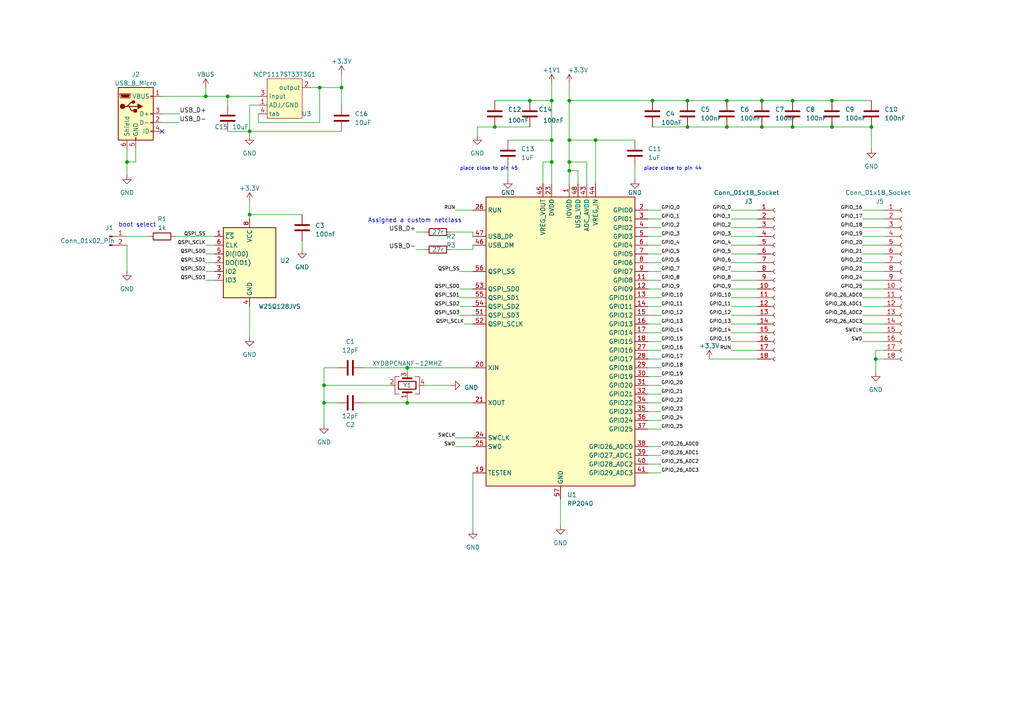
<source format=kicad_sch>
(kicad_sch (version 20230121) (generator eeschema)
  (paper "A4")
  (lib_symbols
    (symbol "CDog_Symbols:NCP1117ST33T3G"
      (property "Reference" "NCP1117ST33T3G" (at 0 0 0))
      (symbol "NCP1117ST33T3G_0_1"
        (rectangle (start 1.27 -1.27) (end 11.43 -12.7) (fill (type background)))
      )
      (symbol "NCP1117ST33T3G_1_1"
        (pin power_in line (at -1.27 -8.89 0) (length 2.54) (name "ADJ/GND") (number "1"))
        (pin power_out line (at 13.97 -3.81 180) (length 2.54) (name "output") (number "2"))
        (pin power_in line (at -1.27 -6.35 0) (length 2.54) (name "input") (number "3"))
        (pin power_in line (at -1.27 -11.43 0) (length 2.54) (name "tab") (number "4"))
      )
    )
    (symbol "Connector:Conn_01x02_Pin" (pin_names (offset 1.016) hide)
      (property "Reference" "J" (at 0 2.54 0))
      (property "Value" "Conn_01x02_Pin" (at 0 -5.08 0))
      (symbol "Conn_01x02_Pin_1_1"
        (polyline (pts (xy 1.27 -2.54) (xy 0.8636 -2.54)) (stroke (width 0.1524)))
        (polyline (pts (xy 1.27 0) (xy 0.8636 0)) (stroke (width 0.1524)))
        (rectangle (start 0.8636 -2.413) (end 0 -2.667) (stroke (width 0.1524)) (fill (type outline)))
        (rectangle (start 0.8636 0.127) (end 0 -0.127) (stroke (width 0.1524)) (fill (type outline)))
        (pin passive line (at 5.08 0 180) (length 3.81) (name "Pin_1") (number "1"))
        (pin passive line (at 5.08 -2.54 180) (length 3.81) (name "Pin_2") (number "2"))
      )
    )
    (symbol "Connector:Conn_01x18_Socket" (pin_names (offset 1.016) hide)
      (property "Reference" "J" (at 0 22.86 0))
      (property "Value" "Conn_01x18_Socket" (at 0 -25.4 0))
      (symbol "Conn_01x18_Socket_1_1"
        (arc (start 0 -22.352) (mid -0.5058 -22.86) (end 0 -23.368) (stroke (width 0.1524)))
        (arc (start 0 -19.812) (mid -0.5058 -20.32) (end 0 -20.828) (stroke (width 0.1524)))
        (arc (start 0 -17.272) (mid -0.5058 -17.78) (end 0 -18.288) (stroke (width 0.1524)))
        (arc (start 0 -14.732) (mid -0.5058 -15.24) (end 0 -15.748) (stroke (width 0.1524)))
        (arc (start 0 -12.192) (mid -0.5058 -12.7) (end 0 -13.208) (stroke (width 0.1524)))
        (arc (start 0 -9.652) (mid -0.5058 -10.16) (end 0 -10.668) (stroke (width 0.1524)))
        (arc (start 0 -7.112) (mid -0.5058 -7.62) (end 0 -8.128) (stroke (width 0.1524)))
        (arc (start 0 -4.572) (mid -0.5058 -5.08) (end 0 -5.588) (stroke (width 0.1524)))
        (arc (start 0 -2.032) (mid -0.5058 -2.54) (end 0 -3.048) (stroke (width 0.1524)))
        (polyline (pts (xy -1.27 -22.86) (xy -0.508 -22.86)) (stroke (width 0.1524)))
        (polyline (pts (xy -1.27 -20.32) (xy -0.508 -20.32)) (stroke (width 0.1524)))
        (polyline (pts (xy -1.27 -17.78) (xy -0.508 -17.78)) (stroke (width 0.1524)))
        (polyline (pts (xy -1.27 -15.24) (xy -0.508 -15.24)) (stroke (width 0.1524)))
        (polyline (pts (xy -1.27 -12.7) (xy -0.508 -12.7)) (stroke (width 0.1524)))
        (polyline (pts (xy -1.27 -10.16) (xy -0.508 -10.16)) (stroke (width 0.1524)))
        (polyline (pts (xy -1.27 -7.62) (xy -0.508 -7.62)) (stroke (width 0.1524)))
        (polyline (pts (xy -1.27 -5.08) (xy -0.508 -5.08)) (stroke (width 0.1524)))
        (polyline (pts (xy -1.27 -2.54) (xy -0.508 -2.54)) (stroke (width 0.1524)))
        (polyline (pts (xy -1.27 0) (xy -0.508 0)) (stroke (width 0.1524)))
        (polyline (pts (xy -1.27 2.54) (xy -0.508 2.54)) (stroke (width 0.1524)))
        (polyline (pts (xy -1.27 5.08) (xy -0.508 5.08)) (stroke (width 0.1524)))
        (polyline (pts (xy -1.27 7.62) (xy -0.508 7.62)) (stroke (width 0.1524)))
        (polyline (pts (xy -1.27 10.16) (xy -0.508 10.16)) (stroke (width 0.1524)))
        (polyline (pts (xy -1.27 12.7) (xy -0.508 12.7)) (stroke (width 0.1524)))
        (polyline (pts (xy -1.27 15.24) (xy -0.508 15.24)) (stroke (width 0.1524)))
        (polyline (pts (xy -1.27 17.78) (xy -0.508 17.78)) (stroke (width 0.1524)))
        (polyline (pts (xy -1.27 20.32) (xy -0.508 20.32)) (stroke (width 0.1524)))
        (arc (start 0 0.508) (mid -0.5058 0) (end 0 -0.508) (stroke (width 0.1524)))
        (arc (start 0 3.048) (mid -0.5058 2.54) (end 0 2.032) (stroke (width 0.1524)))
        (arc (start 0 5.588) (mid -0.5058 5.08) (end 0 4.572) (stroke (width 0.1524)))
        (arc (start 0 8.128) (mid -0.5058 7.62) (end 0 7.112) (stroke (width 0.1524)))
        (arc (start 0 10.668) (mid -0.5058 10.16) (end 0 9.652) (stroke (width 0.1524)))
        (arc (start 0 13.208) (mid -0.5058 12.7) (end 0 12.192) (stroke (width 0.1524)))
        (arc (start 0 15.748) (mid -0.5058 15.24) (end 0 14.732) (stroke (width 0.1524)))
        (arc (start 0 18.288) (mid -0.5058 17.78) (end 0 17.272) (stroke (width 0.1524)))
        (arc (start 0 20.828) (mid -0.5058 20.32) (end 0 19.812) (stroke (width 0.1524)))
        (pin passive line (at -5.08 20.32 0) (length 3.81) (name "Pin_1") (number "1"))
        (pin passive line (at -5.08 -2.54 0) (length 3.81) (name "Pin_10") (number "10"))
        (pin passive line (at -5.08 -5.08 0) (length 3.81) (name "Pin_11") (number "11"))
        (pin passive line (at -5.08 -7.62 0) (length 3.81) (name "Pin_12") (number "12"))
        (pin passive line (at -5.08 -10.16 0) (length 3.81) (name "Pin_13") (number "13"))
        (pin passive line (at -5.08 -12.7 0) (length 3.81) (name "Pin_14") (number "14"))
        (pin passive line (at -5.08 -15.24 0) (length 3.81) (name "Pin_15") (number "15"))
        (pin passive line (at -5.08 -17.78 0) (length 3.81) (name "Pin_16") (number "16"))
        (pin passive line (at -5.08 -20.32 0) (length 3.81) (name "Pin_17") (number "17"))
        (pin passive line (at -5.08 -22.86 0) (length 3.81) (name "Pin_18") (number "18"))
        (pin passive line (at -5.08 17.78 0) (length 3.81) (name "Pin_2") (number "2"))
        (pin passive line (at -5.08 15.24 0) (length 3.81) (name "Pin_3") (number "3"))
        (pin passive line (at -5.08 12.7 0) (length 3.81) (name "Pin_4") (number "4"))
        (pin passive line (at -5.08 10.16 0) (length 3.81) (name "Pin_5") (number "5"))
        (pin passive line (at -5.08 7.62 0) (length 3.81) (name "Pin_6") (number "6"))
        (pin passive line (at -5.08 5.08 0) (length 3.81) (name "Pin_7") (number "7"))
        (pin passive line (at -5.08 2.54 0) (length 3.81) (name "Pin_8") (number "8"))
        (pin passive line (at -5.08 0 0) (length 3.81) (name "Pin_9") (number "9"))
      )
    )
    (symbol "Connector:USB_B_Micro" (pin_names (offset 1.016))
      (property "Reference" "J" (at -5.08 11.43 0))
      (property "Value" "USB_B_Micro" (at -5.08 8.89 0))
      (symbol "USB_B_Micro_0_1"
        (rectangle (start -5.08 -7.62) (end 5.08 7.62) (stroke (width 0.254)) (fill (type background)))
        (circle (center -3.81 2.159) (radius 0.635) (stroke (width 0.254)) (fill (type outline)))
        (circle (center -0.635 3.429) (radius 0.381) (stroke (width 0.254)) (fill (type outline)))
        (rectangle (start -0.127 -7.62) (end 0.127 -6.858))
        (polyline (pts (xy -1.905 2.159) (xy 0.635 2.159)) (stroke (width 0.254)))
        (polyline (pts (xy -3.175 2.159) (xy -2.54 2.159) (xy -1.27 3.429) (xy -0.635 3.429)) (stroke (width 0.254)))
        (polyline (pts (xy -2.54 2.159) (xy -1.905 2.159) (xy -1.27 0.889) (xy 0 0.889)) (stroke (width 0.254)))
        (polyline (pts (xy 0.635 2.794) (xy 0.635 1.524) (xy 1.905 2.159) (xy 0.635 2.794)) (stroke (width 0.254)) (fill (type outline)))
        (polyline (pts (xy -4.318 5.588) (xy -1.778 5.588) (xy -2.032 4.826) (xy -4.064 4.826) (xy -4.318 5.588)) (fill (type outline)))
        (polyline (pts (xy -4.699 5.842) (xy -4.699 5.588) (xy -4.445 4.826) (xy -4.445 4.572) (xy -1.651 4.572) (xy -1.651 4.826) (xy -1.397 5.588) (xy -1.397 5.842) (xy -4.699 5.842)))
        (rectangle (start 0.254 1.27) (end -0.508 0.508) (stroke (width 0.254)) (fill (type outline)))
        (rectangle (start 5.08 -5.207) (end 4.318 -4.953))
        (rectangle (start 5.08 -2.667) (end 4.318 -2.413))
        (rectangle (start 5.08 -0.127) (end 4.318 0.127))
        (rectangle (start 5.08 4.953) (end 4.318 5.207))
      )
      (symbol "USB_B_Micro_1_1"
        (pin power_out line (at 7.62 5.08 180) (length 2.54) (name "VBUS") (number "1"))
        (pin bidirectional line (at 7.62 -2.54 180) (length 2.54) (name "D-") (number "2"))
        (pin bidirectional line (at 7.62 0 180) (length 2.54) (name "D+") (number "3"))
        (pin passive line (at 7.62 -5.08 180) (length 2.54) (name "ID") (number "4"))
        (pin power_out line (at 0 -10.16 90) (length 2.54) (name "GND") (number "5"))
        (pin passive line (at -2.54 -10.16 90) (length 2.54) (name "Shield") (number "6"))
      )
    )
    (symbol "Device:C" (pin_numbers hide) (pin_names (offset 0.254))
      (property "Reference" "C" (at 0.635 2.54 0))
      (property "Value" "C" (at 0.635 -2.54 0))
      (symbol "C_0_1"
        (polyline (pts (xy -2.032 -0.762) (xy 2.032 -0.762)) (stroke (width 0.508)))
        (polyline (pts (xy -2.032 0.762) (xy 2.032 0.762)) (stroke (width 0.508)))
      )
      (symbol "C_1_1"
        (pin passive line (at 0 3.81 270) (length 2.794) (name "~") (number "1"))
        (pin passive line (at 0 -3.81 90) (length 2.794) (name "~") (number "2"))
      )
    )
    (symbol "Device:Crystal_GND24" (pin_names (offset 1.016) hide)
      (property "Reference" "Y" (at 3.175 5.08 0))
      (property "Value" "Crystal_GND24" (at 3.175 3.175 0))
      (symbol "Crystal_GND24_0_1"
        (rectangle (start -1.143 2.54) (end 1.143 -2.54) (stroke (width 0.3048)))
        (polyline (pts (xy -2.54 0) (xy -2.032 0)))
        (polyline (pts (xy -2.032 -1.27) (xy -2.032 1.27)) (stroke (width 0.508)))
        (polyline (pts (xy 0 -3.81) (xy 0 -3.556)))
        (polyline (pts (xy 0 3.556) (xy 0 3.81)))
        (polyline (pts (xy 2.032 -1.27) (xy 2.032 1.27)) (stroke (width 0.508)))
        (polyline (pts (xy 2.032 0) (xy 2.54 0)))
        (polyline (pts (xy -2.54 -2.286) (xy -2.54 -3.556) (xy 2.54 -3.556) (xy 2.54 -2.286)))
        (polyline (pts (xy -2.54 2.286) (xy -2.54 3.556) (xy 2.54 3.556) (xy 2.54 2.286)))
      )
      (symbol "Crystal_GND24_1_1"
        (pin passive line (at -3.81 0 0) (length 1.27) (name "1") (number "1"))
        (pin passive line (at 0 5.08 270) (length 1.27) (name "2") (number "2"))
        (pin passive line (at 3.81 0 180) (length 1.27) (name "3") (number "3"))
        (pin passive line (at 0 -5.08 90) (length 1.27) (name "4") (number "4"))
      )
    )
    (symbol "Device:R" (pin_numbers hide) (pin_names (offset 0))
      (property "Reference" "R" (at 2.032 0 90))
      (property "Value" "R" (at 0 0 90))
      (symbol "R_0_1"
        (rectangle (start -1.016 -2.54) (end 1.016 2.54) (stroke (width 0.254)))
      )
      (symbol "R_1_1"
        (pin passive line (at 0 3.81 270) (length 1.27) (name "~") (number "1"))
        (pin passive line (at 0 -3.81 90) (length 1.27) (name "~") (number "2"))
      )
    )
    (symbol "MCU_RaspberryPi:RP2040"
      (property "Reference" "U" (at 17.78 45.72 0))
      (property "Value" "RP2040" (at 17.78 43.18 0))
      (symbol "RP2040_0_1"
        (rectangle (start -21.59 41.91) (end 21.59 -41.91) (stroke (width 0.254)) (fill (type background)))
      )
      (symbol "RP2040_1_1"
        (pin power_in line (at 2.54 45.72 270) (length 3.81) (name "IOVDD") (number "1"))
        (pin passive line (at 2.54 45.72 270) (length 3.81) hide (name "IOVDD") (number "10"))
        (pin bidirectional line (at 25.4 17.78 180) (length 3.81) (name "GPIO8") (number "11"))
        (pin bidirectional line (at 25.4 15.24 180) (length 3.81) (name "GPIO9") (number "12"))
        (pin bidirectional line (at 25.4 12.7 180) (length 3.81) (name "GPIO10") (number "13"))
        (pin bidirectional line (at 25.4 10.16 180) (length 3.81) (name "GPIO11") (number "14"))
        (pin bidirectional line (at 25.4 7.62 180) (length 3.81) (name "GPIO12") (number "15"))
        (pin bidirectional line (at 25.4 5.08 180) (length 3.81) (name "GPIO13") (number "16"))
        (pin bidirectional line (at 25.4 2.54 180) (length 3.81) (name "GPIO14") (number "17"))
        (pin bidirectional line (at 25.4 0 180) (length 3.81) (name "GPIO15") (number "18"))
        (pin input line (at -25.4 -38.1 0) (length 3.81) (name "TESTEN") (number "19"))
        (pin bidirectional line (at 25.4 38.1 180) (length 3.81) (name "GPIO0") (number "2"))
        (pin input line (at -25.4 -7.62 0) (length 3.81) (name "XIN") (number "20"))
        (pin passive line (at -25.4 -17.78 0) (length 3.81) (name "XOUT") (number "21"))
        (pin passive line (at 2.54 45.72 270) (length 3.81) hide (name "IOVDD") (number "22"))
        (pin power_in line (at -2.54 45.72 270) (length 3.81) (name "DVDD") (number "23"))
        (pin output line (at -25.4 -27.94 0) (length 3.81) (name "SWCLK") (number "24"))
        (pin bidirectional line (at -25.4 -30.48 0) (length 3.81) (name "SWD") (number "25"))
        (pin input line (at -25.4 38.1 0) (length 3.81) (name "RUN") (number "26"))
        (pin bidirectional line (at 25.4 -2.54 180) (length 3.81) (name "GPIO16") (number "27"))
        (pin bidirectional line (at 25.4 -5.08 180) (length 3.81) (name "GPIO17") (number "28"))
        (pin bidirectional line (at 25.4 -7.62 180) (length 3.81) (name "GPIO18") (number "29"))
        (pin bidirectional line (at 25.4 35.56 180) (length 3.81) (name "GPIO1") (number "3"))
        (pin bidirectional line (at 25.4 -10.16 180) (length 3.81) (name "GPIO19") (number "30"))
        (pin bidirectional line (at 25.4 -12.7 180) (length 3.81) (name "GPIO20") (number "31"))
        (pin bidirectional line (at 25.4 -15.24 180) (length 3.81) (name "GPIO21") (number "32"))
        (pin passive line (at 2.54 45.72 270) (length 3.81) hide (name "IOVDD") (number "33"))
        (pin bidirectional line (at 25.4 -17.78 180) (length 3.81) (name "GPIO22") (number "34"))
        (pin bidirectional line (at 25.4 -20.32 180) (length 3.81) (name "GPIO23") (number "35"))
        (pin bidirectional line (at 25.4 -22.86 180) (length 3.81) (name "GPIO24") (number "36"))
        (pin bidirectional line (at 25.4 -25.4 180) (length 3.81) (name "GPIO25") (number "37"))
        (pin bidirectional line (at 25.4 -30.48 180) (length 3.81) (name "GPIO26_ADC0") (number "38"))
        (pin bidirectional line (at 25.4 -33.02 180) (length 3.81) (name "GPIO27_ADC1") (number "39"))
        (pin bidirectional line (at 25.4 33.02 180) (length 3.81) (name "GPIO2") (number "4"))
        (pin bidirectional line (at 25.4 -35.56 180) (length 3.81) (name "GPIO28_ADC2") (number "40"))
        (pin bidirectional line (at 25.4 -38.1 180) (length 3.81) (name "GPIO29_ADC3") (number "41"))
        (pin passive line (at 2.54 45.72 270) (length 3.81) hide (name "IOVDD") (number "42"))
        (pin power_in line (at 7.62 45.72 270) (length 3.81) (name "ADC_AVDD") (number "43"))
        (pin power_in line (at 10.16 45.72 270) (length 3.81) (name "VREG_IN") (number "44"))
        (pin power_out line (at -5.08 45.72 270) (length 3.81) (name "VREG_VOUT") (number "45"))
        (pin bidirectional line (at -25.4 27.94 0) (length 3.81) (name "USB_DM") (number "46"))
        (pin bidirectional line (at -25.4 30.48 0) (length 3.81) (name "USB_DP") (number "47"))
        (pin power_in line (at 5.08 45.72 270) (length 3.81) (name "USB_VDD") (number "48"))
        (pin passive line (at 2.54 45.72 270) (length 3.81) hide (name "IOVDD") (number "49"))
        (pin bidirectional line (at 25.4 30.48 180) (length 3.81) (name "GPIO3") (number "5"))
        (pin passive line (at -2.54 45.72 270) (length 3.81) hide (name "DVDD") (number "50"))
        (pin bidirectional line (at -25.4 7.62 0) (length 3.81) (name "QSPI_SD3") (number "51"))
        (pin output line (at -25.4 5.08 0) (length 3.81) (name "QSPI_SCLK") (number "52"))
        (pin bidirectional line (at -25.4 15.24 0) (length 3.81) (name "QSPI_SD0") (number "53"))
        (pin bidirectional line (at -25.4 10.16 0) (length 3.81) (name "QSPI_SD2") (number "54"))
        (pin bidirectional line (at -25.4 12.7 0) (length 3.81) (name "QSPI_SD1") (number "55"))
        (pin bidirectional line (at -25.4 20.32 0) (length 3.81) (name "QSPI_SS") (number "56"))
        (pin power_in line (at 0 -45.72 90) (length 3.81) (name "GND") (number "57"))
        (pin bidirectional line (at 25.4 27.94 180) (length 3.81) (name "GPIO4") (number "6"))
        (pin bidirectional line (at 25.4 25.4 180) (length 3.81) (name "GPIO5") (number "7"))
        (pin bidirectional line (at 25.4 22.86 180) (length 3.81) (name "GPIO6") (number "8"))
        (pin bidirectional line (at 25.4 20.32 180) (length 3.81) (name "GPIO7") (number "9"))
      )
    )
    (symbol "Memory_Flash:W25Q128JVS"
      (property "Reference" "U" (at -8.89 8.89 0))
      (property "Value" "W25Q128JVS" (at 7.62 8.89 0))
      (symbol "W25Q128JVS_0_1"
        (rectangle (start -7.62 10.16) (end 7.62 -10.16) (stroke (width 0.254)) (fill (type background)))
      )
      (symbol "W25Q128JVS_1_1"
        (pin input line (at -10.16 7.62 0) (length 2.54) (name "~{CS}") (number "1"))
        (pin bidirectional line (at -10.16 0 0) (length 2.54) (name "DO(IO1)") (number "2"))
        (pin bidirectional line (at -10.16 -2.54 0) (length 2.54) (name "IO2") (number "3"))
        (pin power_in line (at 0 -12.7 90) (length 2.54) (name "GND") (number "4"))
        (pin bidirectional line (at -10.16 2.54 0) (length 2.54) (name "DI(IO0)") (number "5"))
        (pin input line (at -10.16 5.08 0) (length 2.54) (name "CLK") (number "6"))
        (pin bidirectional line (at -10.16 -5.08 0) (length 2.54) (name "IO3") (number "7"))
        (pin power_in line (at 0 12.7 270) (length 2.54) (name "VCC") (number "8"))
      )
    )
    (symbol "power:+1V1" (power) (pin_names (offset 0))
      (property "Value" "+1V1" (at 0 3.556 0))
      (symbol "+1V1_0_1"
        (polyline (pts (xy -0.762 1.27) (xy 0 2.54)))
        (polyline (pts (xy 0 0) (xy 0 2.54)))
        (polyline (pts (xy 0 2.54) (xy 0.762 1.27)))
      )
      (symbol "+1V1_1_1"
        (pin power_in line (at 0 0 90) (length 0) hide (name "+1V1") (number "1"))
      )
    )
    (symbol "power:+3.3V" (power) (pin_names (offset 0))
      (property "Value" "+3.3V" (at 0 3.556 0))
      (symbol "+3.3V_0_1"
        (polyline (pts (xy -0.762 1.27) (xy 0 2.54)))
        (polyline (pts (xy 0 0) (xy 0 2.54)))
        (polyline (pts (xy 0 2.54) (xy 0.762 1.27)))
      )
      (symbol "+3.3V_1_1"
        (pin power_in line (at 0 0 90) (length 0) hide (name "+3.3V") (number "1"))
      )
    )
    (symbol "power:GND" (power) (pin_names (offset 0))
      (property "Value" "GND" (at 0 -3.81 0))
      (symbol "GND_0_1"
        (polyline (pts (xy 0 0) (xy 0 -1.27) (xy 1.27 -1.27) (xy 0 -2.54) (xy -1.27 -1.27) (xy 0 -1.27)))
      )
      (symbol "GND_1_1"
        (pin power_in line (at 0 0 270) (length 0) hide (name "GND") (number "1"))
      )
    )
    (symbol "power:VBUS" (power) (pin_names (offset 0))
      (property "Value" "VBUS" (at 0 3.81 0))
      (symbol "VBUS_0_1"
        (polyline (pts (xy -0.762 1.27) (xy 0 2.54)))
        (polyline (pts (xy 0 0) (xy 0 2.54)))
        (polyline (pts (xy 0 2.54) (xy 0.762 1.27)))
      )
      (symbol "VBUS_1_1"
        (pin power_in line (at 0 0 90) (length 0) hide (name "VBUS") (number "1"))
      )
    )
  )
  (junction (at 199.39 29.21))
  (junction (at 241.3 36.83))
  (junction (at 66.04 27.94))
  (junction (at 254 104.14))
  (junction (at 118.11 106.68))
  (junction (at 160.02 46.99))
  (junction (at 36.83 46.99))
  (junction (at 172.72 40.64))
  (junction (at 93.98 116.84))
  (junction (at 210.82 36.83))
  (junction (at 199.39 36.83))
  (junction (at 241.3 29.21))
  (junction (at 165.1 49.53))
  (junction (at 160.02 29.21))
  (junction (at 93.98 111.76))
  (junction (at 220.98 36.83))
  (junction (at 153.67 29.21))
  (junction (at 210.82 29.21))
  (junction (at 220.98 29.21))
  (junction (at 59.69 27.94))
  (junction (at 189.23 29.21))
  (junction (at 143.51 36.83))
  (junction (at 229.87 36.83))
  (junction (at 165.1 40.64))
  (junction (at 165.1 46.99))
  (junction (at 229.87 29.21))
  (junction (at 165.1 29.21))
  (junction (at 99.06 25.4))
  (junction (at 72.39 38.1))
  (junction (at 118.11 116.84))
  (junction (at 160.02 40.64))
  (junction (at 252.73 36.83))
  (junction (at 72.39 62.23))
  (junction (at 92.71 25.4))
  (no_connect (at 46.99 38.1))
  (wire (pts (xy 187.96 132.08) (xy 191.77 132.08)))
  (wire (pts (xy 187.96 137.16) (xy 191.77 137.16)))
  (wire (pts (xy 212.09 88.9) (xy 219.71 88.9)))
  (wire (pts (xy 212.09 101.6) (xy 219.71 101.6)))
  (wire (pts (xy 250.19 71.12) (xy 256.54 71.12)))
  (wire (pts (xy 212.09 66.04) (xy 219.71 66.04)))
  (wire (pts (xy 212.09 91.44) (xy 219.71 91.44)))
  (wire (pts (xy 170.18 53.34) (xy 170.18 46.99)))
  (wire (pts (xy 212.09 83.82) (xy 219.71 83.82)))
  (wire (pts (xy 160.02 40.64) (xy 160.02 46.99)))
  (wire (pts (xy 184.15 48.26) (xy 184.15 52.07)))
  (wire (pts (xy 187.96 60.96) (xy 191.77 60.96)))
  (wire (pts (xy 229.87 36.83) (xy 241.3 36.83)))
  (wire (pts (xy 157.48 46.99) (xy 160.02 46.99)))
  (wire (pts (xy 120.65 67.31) (xy 123.19 67.31)))
  (wire (pts (xy 153.67 29.21) (xy 160.02 29.21)))
  (wire (pts (xy 187.96 104.14) (xy 191.77 104.14)))
  (wire (pts (xy 147.32 40.64) (xy 160.02 40.64)))
  (wire (pts (xy 252.73 36.83) (xy 252.73 43.18)))
  (wire (pts (xy 250.19 60.96) (xy 256.54 60.96)))
  (wire (pts (xy 36.83 71.12) (xy 36.83 78.74)))
  (wire (pts (xy 36.83 46.99) (xy 36.83 50.8)))
  (wire (pts (xy 160.02 29.21) (xy 160.02 40.64)))
  (wire (pts (xy 97.79 106.68) (xy 93.98 106.68)))
  (wire (pts (xy 74.93 35.56) (xy 74.93 33.02)))
  (wire (pts (xy 250.19 99.06) (xy 256.54 99.06)))
  (wire (pts (xy 36.83 46.99) (xy 39.37 46.99)))
  (wire (pts (xy 157.48 53.34) (xy 157.48 46.99)))
  (wire (pts (xy 250.19 86.36) (xy 256.54 86.36)))
  (wire (pts (xy 97.79 116.84) (xy 93.98 116.84)))
  (wire (pts (xy 187.96 68.58) (xy 191.77 68.58)))
  (wire (pts (xy 254 104.14) (xy 256.54 104.14)))
  (wire (pts (xy 250.19 68.58) (xy 256.54 68.58)))
  (wire (pts (xy 187.96 111.76) (xy 191.77 111.76)))
  (wire (pts (xy 74.93 30.48) (xy 72.39 30.48)))
  (wire (pts (xy 59.69 27.94) (xy 66.04 27.94)))
  (wire (pts (xy 250.19 73.66) (xy 256.54 73.66)))
  (wire (pts (xy 162.56 144.78) (xy 162.56 152.4)))
  (wire (pts (xy 93.98 111.76) (xy 113.03 111.76)))
  (wire (pts (xy 187.96 71.12) (xy 191.77 71.12)))
  (wire (pts (xy 187.96 116.84) (xy 191.77 116.84)))
  (wire (pts (xy 147.32 48.26) (xy 147.32 52.07)))
  (wire (pts (xy 212.09 71.12) (xy 219.71 71.12)))
  (wire (pts (xy 165.1 29.21) (xy 165.1 40.64)))
  (wire (pts (xy 118.11 116.84) (xy 118.11 115.57)))
  (wire (pts (xy 187.96 134.62) (xy 191.77 134.62)))
  (wire (pts (xy 39.37 43.18) (xy 39.37 46.99)))
  (wire (pts (xy 92.71 25.4) (xy 92.71 35.56)))
  (wire (pts (xy 189.23 29.21) (xy 199.39 29.21)))
  (wire (pts (xy 250.19 93.98) (xy 256.54 93.98)))
  (wire (pts (xy 66.04 27.94) (xy 74.93 27.94)))
  (wire (pts (xy 256.54 101.6) (xy 254 101.6)))
  (wire (pts (xy 72.39 62.23) (xy 72.39 63.5)))
  (wire (pts (xy 36.83 68.58) (xy 43.18 68.58)))
  (wire (pts (xy 59.69 73.66) (xy 62.23 73.66)))
  (wire (pts (xy 137.16 116.84) (xy 118.11 116.84)))
  (wire (pts (xy 250.19 76.2) (xy 256.54 76.2)))
  (wire (pts (xy 99.06 30.48) (xy 99.06 25.4)))
  (wire (pts (xy 143.51 29.21) (xy 153.67 29.21)))
  (wire (pts (xy 46.99 33.02) (xy 52.07 33.02)))
  (wire (pts (xy 72.39 58.42) (xy 72.39 62.23)))
  (wire (pts (xy 160.02 46.99) (xy 160.02 53.34)))
  (wire (pts (xy 165.1 24.13) (xy 165.1 29.21)))
  (wire (pts (xy 205.74 104.14) (xy 219.71 104.14)))
  (wire (pts (xy 137.16 68.58) (xy 137.16 67.31)))
  (wire (pts (xy 212.09 96.52) (xy 219.71 96.52)))
  (wire (pts (xy 187.96 83.82) (xy 191.77 83.82)))
  (wire (pts (xy 250.19 66.04) (xy 256.54 66.04)))
  (wire (pts (xy 210.82 29.21) (xy 220.98 29.21)))
  (wire (pts (xy 212.09 93.98) (xy 219.71 93.98)))
  (wire (pts (xy 187.96 114.3) (xy 191.77 114.3)))
  (wire (pts (xy 120.65 72.39) (xy 123.19 72.39)))
  (wire (pts (xy 187.96 109.22) (xy 191.77 109.22)))
  (wire (pts (xy 59.69 78.74) (xy 62.23 78.74)))
  (wire (pts (xy 137.16 137.16) (xy 137.16 153.67)))
  (wire (pts (xy 165.1 40.64) (xy 172.72 40.64)))
  (wire (pts (xy 187.96 119.38) (xy 191.77 119.38)))
  (wire (pts (xy 134.62 93.98) (xy 137.16 93.98)))
  (wire (pts (xy 59.69 25.4) (xy 59.69 27.94)))
  (wire (pts (xy 187.96 78.74) (xy 191.77 78.74)))
  (wire (pts (xy 137.16 71.12) (xy 137.16 72.39)))
  (wire (pts (xy 187.96 99.06) (xy 191.77 99.06)))
  (wire (pts (xy 212.09 68.58) (xy 219.71 68.58)))
  (wire (pts (xy 133.35 78.74) (xy 137.16 78.74)))
  (wire (pts (xy 187.96 86.36) (xy 191.77 86.36)))
  (wire (pts (xy 132.08 129.54) (xy 137.16 129.54)))
  (wire (pts (xy 170.18 46.99) (xy 165.1 46.99)))
  (wire (pts (xy 187.96 66.04) (xy 191.77 66.04)))
  (wire (pts (xy 241.3 36.83) (xy 252.73 36.83)))
  (wire (pts (xy 250.19 63.5) (xy 256.54 63.5)))
  (wire (pts (xy 133.35 88.9) (xy 137.16 88.9)))
  (wire (pts (xy 189.23 36.83) (xy 199.39 36.83)))
  (wire (pts (xy 172.72 40.64) (xy 184.15 40.64)))
  (wire (pts (xy 59.69 81.28) (xy 62.23 81.28)))
  (wire (pts (xy 105.41 106.68) (xy 118.11 106.68)))
  (wire (pts (xy 165.1 40.64) (xy 165.1 46.99)))
  (wire (pts (xy 59.69 71.12) (xy 62.23 71.12)))
  (wire (pts (xy 187.96 101.6) (xy 191.77 101.6)))
  (wire (pts (xy 187.96 73.66) (xy 191.77 73.66)))
  (wire (pts (xy 138.43 36.83) (xy 138.43 39.37)))
  (wire (pts (xy 132.08 127) (xy 137.16 127)))
  (wire (pts (xy 212.09 78.74) (xy 219.71 78.74)))
  (wire (pts (xy 133.35 91.44) (xy 137.16 91.44)))
  (wire (pts (xy 123.19 111.76) (xy 130.81 111.76)))
  (wire (pts (xy 105.41 116.84) (xy 118.11 116.84)))
  (wire (pts (xy 250.19 91.44) (xy 256.54 91.44)))
  (wire (pts (xy 212.09 81.28) (xy 219.71 81.28)))
  (wire (pts (xy 72.39 88.9) (xy 72.39 97.79)))
  (wire (pts (xy 229.87 29.21) (xy 241.3 29.21)))
  (wire (pts (xy 250.19 81.28) (xy 256.54 81.28)))
  (wire (pts (xy 187.96 106.68) (xy 191.77 106.68)))
  (wire (pts (xy 72.39 30.48) (xy 72.39 38.1)))
  (wire (pts (xy 187.96 76.2) (xy 191.77 76.2)))
  (wire (pts (xy 87.63 69.85) (xy 87.63 72.39)))
  (wire (pts (xy 133.35 86.36) (xy 137.16 86.36)))
  (wire (pts (xy 137.16 72.39) (xy 130.81 72.39)))
  (wire (pts (xy 66.04 38.1) (xy 72.39 38.1)))
  (wire (pts (xy 167.64 49.53) (xy 165.1 49.53)))
  (wire (pts (xy 59.69 76.2) (xy 62.23 76.2)))
  (wire (pts (xy 46.99 35.56) (xy 52.07 35.56)))
  (wire (pts (xy 187.96 63.5) (xy 191.77 63.5)))
  (wire (pts (xy 99.06 21.59) (xy 99.06 25.4)))
  (wire (pts (xy 93.98 116.84) (xy 93.98 123.19)))
  (wire (pts (xy 199.39 36.83) (xy 210.82 36.83)))
  (wire (pts (xy 72.39 38.1) (xy 72.39 39.37)))
  (wire (pts (xy 187.96 81.28) (xy 191.77 81.28)))
  (wire (pts (xy 199.39 29.21) (xy 210.82 29.21)))
  (wire (pts (xy 143.51 36.83) (xy 138.43 36.83)))
  (wire (pts (xy 212.09 60.96) (xy 219.71 60.96)))
  (wire (pts (xy 72.39 62.23) (xy 87.63 62.23)))
  (wire (pts (xy 187.96 93.98) (xy 191.77 93.98)))
  (wire (pts (xy 172.72 40.64) (xy 172.72 53.34)))
  (wire (pts (xy 241.3 29.21) (xy 252.73 29.21)))
  (wire (pts (xy 212.09 73.66) (xy 219.71 73.66)))
  (wire (pts (xy 92.71 25.4) (xy 99.06 25.4)))
  (wire (pts (xy 220.98 36.83) (xy 229.87 36.83)))
  (wire (pts (xy 187.96 129.54) (xy 191.77 129.54)))
  (wire (pts (xy 133.35 83.82) (xy 137.16 83.82)))
  (wire (pts (xy 250.19 96.52) (xy 256.54 96.52)))
  (wire (pts (xy 220.98 29.21) (xy 229.87 29.21)))
  (wire (pts (xy 36.83 43.18) (xy 36.83 46.99)))
  (wire (pts (xy 165.1 29.21) (xy 189.23 29.21)))
  (wire (pts (xy 143.51 36.83) (xy 153.67 36.83)))
  (wire (pts (xy 93.98 111.76) (xy 93.98 116.84)))
  (wire (pts (xy 254 104.14) (xy 254 107.95)))
  (wire (pts (xy 165.1 49.53) (xy 165.1 46.99)))
  (wire (pts (xy 212.09 76.2) (xy 219.71 76.2)))
  (wire (pts (xy 118.11 106.68) (xy 118.11 107.95)))
  (wire (pts (xy 212.09 63.5) (xy 219.71 63.5)))
  (wire (pts (xy 66.04 27.94) (xy 66.04 30.48)))
  (wire (pts (xy 254 101.6) (xy 254 104.14)))
  (wire (pts (xy 46.99 27.94) (xy 59.69 27.94)))
  (wire (pts (xy 93.98 106.68) (xy 93.98 111.76)))
  (wire (pts (xy 50.8 68.58) (xy 62.23 68.58)))
  (wire (pts (xy 250.19 83.82) (xy 256.54 83.82)))
  (wire (pts (xy 92.71 35.56) (xy 74.93 35.56)))
  (wire (pts (xy 160.02 24.13) (xy 160.02 29.21)))
  (wire (pts (xy 250.19 88.9) (xy 256.54 88.9)))
  (wire (pts (xy 165.1 53.34) (xy 165.1 49.53)))
  (wire (pts (xy 210.82 36.83) (xy 220.98 36.83)))
  (wire (pts (xy 187.96 96.52) (xy 191.77 96.52)))
  (wire (pts (xy 137.16 67.31) (xy 130.81 67.31)))
  (wire (pts (xy 72.39 38.1) (xy 99.06 38.1)))
  (wire (pts (xy 167.64 53.34) (xy 167.64 49.53)))
  (wire (pts (xy 90.17 25.4) (xy 92.71 25.4)))
  (wire (pts (xy 187.96 91.44) (xy 191.77 91.44)))
  (wire (pts (xy 137.16 106.68) (xy 118.11 106.68)))
  (wire (pts (xy 187.96 121.92) (xy 191.77 121.92)))
  (wire (pts (xy 212.09 99.06) (xy 219.71 99.06)))
  (wire (pts (xy 250.19 78.74) (xy 256.54 78.74)))
  (wire (pts (xy 187.96 88.9) (xy 191.77 88.9)))
  (wire (pts (xy 132.08 60.96) (xy 137.16 60.96)))
  (wire (pts (xy 212.09 86.36) (xy 219.71 86.36)))
  (wire (pts (xy 187.96 124.46) (xy 191.77 124.46)))
  (text "place close to pin 45" (at 133.35 49.53 0) (effects (font (size 1 1)) (justify left bottom)))
  (text "boot select" (at 34.29 66.04 0) (effects (font (size 1.27 1.27)) (justify left bottom)))
  (text "place close to pin 44" (at 186.69 49.53 0) (effects (font (size 1 1)) (justify left bottom)))
  (text "Assigned a custom netclass" (at 106.68 64.77 0) (effects (font (size 1.27 1.27)) (justify left bottom)))
  (label "GPIO_5" (at 191.77 73.66 0) (effects (font (size 1 1))))
  (label "USB_D+" (at 52.07 33.02 0))
  (label "GPIO_11" (at 191.77 88.9 0) (effects (font (size 1 1))))
  (label "GPIO_21" (at 250.19 73.66 180) (effects (font (size 1 1))))
  (label "GPIO_15" (at 212.09 99.06 180) (effects (font (size 1 1))))
  (label "GPIO_21" (at 191.77 114.3 0) (effects (font (size 1 1))))
  (label "GPIO_12" (at 191.77 91.44 0) (effects (font (size 1 1))))
  (label "GPIO_26_ADC1" (at 191.77 132.08 0) (effects (font (size 1 1))))
  (label "GPIO_15" (at 191.77 99.06 0) (effects (font (size 1 1))))
  (label "GPIO_16" (at 191.77 101.6 0) (effects (font (size 1 1))))
  (label "GPIO_14" (at 212.09 96.52 180) (effects (font (size 1 1))))
  (label "GPIO_7" (at 212.09 78.74 180) (effects (font (size 1 1))))
  (label "GPIO_26_ADC0" (at 191.77 129.54 0) (effects (font (size 1 1))))
  (label "GPIO_1" (at 212.09 63.5 180) (effects (font (size 1 1))))
  (label "GPIO_0" (at 212.09 60.96 180) (effects (font (size 1 1))))
  (label "GPIO_9" (at 191.77 83.82 0) (effects (font (size 1 1))))
  (label "GPIO_4" (at 191.77 71.12 0) (effects (font (size 1 1))))
  (label "RUN" (at 132.08 60.96 180) (effects (font (size 1 1))))
  (label "GPIO_26_ADC3" (at 250.19 93.98 180) (effects (font (size 1 1))))
  (label "GPIO_26_ADC1" (at 250.19 88.9 180) (effects (font (size 1 1))))
  (label "QSPI_SD0" (at 133.35 83.82 180) (effects (font (size 1 1))))
  (label "QSPI_SCLK" (at 134.62 93.98 180) (effects (font (size 1 1))))
  (label "GPIO_18" (at 191.77 106.68 0) (effects (font (size 1 1))))
  (label "SWCLK" (at 250.19 96.52 180) (effects (font (size 1 1))))
  (label "GPIO_24" (at 191.77 121.92 0) (effects (font (size 1 1))))
  (label "GPIO_24" (at 250.19 81.28 180) (effects (font (size 1 1))))
  (label "GPIO_5" (at 212.09 73.66 180) (effects (font (size 1 1))))
  (label "GPIO_18" (at 250.19 66.04 180) (effects (font (size 1 1))))
  (label "GPIO_8" (at 212.09 81.28 180) (effects (font (size 1 1))))
  (label "QSPI_SS" (at 133.35 78.74 180) (effects (font (size 1 1))))
  (label "USB_D-" (at 120.65 72.39 180))
  (label "GPIO_26_ADC2" (at 250.19 91.44 180) (effects (font (size 1 1))))
  (label "USB_D-" (at 52.07 35.56 0))
  (label "GPIO_17" (at 191.77 104.14 0) (effects (font (size 1 1))))
  (label "GPIO_19" (at 191.77 109.22 0) (effects (font (size 1 1))))
  (label "QSPI_SCLK" (at 59.69 71.12 180) (effects (font (size 1 1))))
  (label "GPIO_17" (at 250.19 63.5 180) (effects (font (size 1 1))))
  (label "GPIO_7" (at 191.77 78.74 0) (effects (font (size 1 1))))
  (label "QSPI_SD3" (at 133.35 91.44 180) (effects (font (size 1 1))))
  (label "GPIO_26_ADC3" (at 191.77 137.16 0) (effects (font (size 1 1))))
  (label "GPIO_1" (at 191.77 63.5 0) (effects (font (size 1 1))))
  (label "SWCLK" (at 132.08 127 180) (effects (font (size 1 1))))
  (label "GPIO_13" (at 212.09 93.98 180) (effects (font (size 1 1))))
  (label "GPIO_12" (at 212.09 91.44 180) (effects (font (size 1 1))))
  (label "GPIO_2" (at 191.77 66.04 0) (effects (font (size 1 1))))
  (label "GPIO_6" (at 212.09 76.2 180) (effects (font (size 1 1))))
  (label "GPIO_16" (at 250.19 60.96 180) (effects (font (size 1 1))))
  (label "GPIO_3" (at 212.09 68.58 180) (effects (font (size 1 1))))
  (label "GPIO_20" (at 191.77 111.76 0) (effects (font (size 1 1))))
  (label "SWD" (at 132.08 129.54 180) (effects (font (size 1 1))))
  (label "RUN" (at 212.09 101.6 180) (effects (font (size 1 1))))
  (label "GPIO_0" (at 191.77 60.96 0) (effects (font (size 1 1))))
  (label "GPIO_19" (at 250.19 68.58 180) (effects (font (size 1 1))))
  (label "GPIO_25" (at 250.19 83.82 180) (effects (font (size 1 1))))
  (label "QSPI_SD1" (at 133.35 86.36 180) (effects (font (size 1 1))))
  (label "QSPI_SS" (at 59.69 68.58 180) (effects (font (size 1 1))))
  (label "GPIO_14" (at 191.77 96.52 0) (effects (font (size 1 1))))
  (label "QSPI_SD2" (at 133.35 88.9 180) (effects (font (size 1 1))))
  (label "GPIO_10" (at 191.77 86.36 0) (effects (font (size 1 1))))
  (label "GPIO_9" (at 212.09 83.82 180) (effects (font (size 1 1))))
  (label "GPIO_11" (at 212.09 88.9 180) (effects (font (size 1 1))))
  (label "GPIO_2" (at 212.09 66.04 180) (effects (font (size 1 1))))
  (label "USB_D+" (at 120.65 67.31 180))
  (label "QSPI_SD0" (at 59.69 73.66 180) (effects (font (size 1 1))))
  (label "QSPI_SD2" (at 59.69 78.74 180) (effects (font (size 1 1))))
  (label "GPIO_23" (at 250.19 78.74 180) (effects (font (size 1 1))))
  (label "GPIO_4" (at 212.09 71.12 180) (effects (font (size 1 1))))
  (label "GPIO_26_ADC2" (at 191.77 134.62 0) (effects (font (size 1 1))))
  (label "GPIO_23" (at 191.77 119.38 0) (effects (font (size 1 1))))
  (label "GPIO_6" (at 191.77 76.2 0) (effects (font (size 1 1))))
  (label "GPIO_22" (at 250.19 76.2 180) (effects (font (size 1 1))))
  (label "QSPI_SD1" (at 59.69 76.2 180) (effects (font (size 1 1))))
  (label "GPIO_3" (at 191.77 68.58 0) (effects (font (size 1 1))))
  (label "GPIO_25" (at 191.77 124.46 0) (effects (font (size 1 1))))
  (label "GPIO_20" (at 250.19 71.12 180) (effects (font (size 1 1))))
  (label "GPIO_26_ADC0" (at 250.19 86.36 180) (effects (font (size 1 1))))
  (label "GPIO_22" (at 191.77 116.84 0) (effects (font (size 1 1))))
  (label "SWD" (at 250.19 99.06 180) (effects (font (size 1 1))))
  (label "GPIO_10" (at 212.09 86.36 180) (effects (font (size 1 1))))
  (label "QSPI_SD3" (at 59.69 81.28 180) (effects (font (size 1 1))))
  (label "GPIO_8" (at 191.77 81.28 0) (effects (font (size 1 1))))
  (label "GPIO_13" (at 191.77 93.98 0) (effects (font (size 1 1))))
  (symbol (lib_id "power:GND") (at 137.16 153.67 0) (unit 1)
    (property "Reference" "#PWR017" (effects hide))
    (property "Value" "GND" (at 137.16 158.75 0))
  )
  (symbol (lib_id "Device:C") (at 210.82 33.02 0) (unit 1)
    (property "Reference" "C6" (at 214.63 31.75 0) (effects (justify left)))
    (property "Value" "100nF" (at 214.63 34.29 0) (effects (justify left)))
    (property "Footprint" "Capacitor_SMD:C_0402_1005Metric" (effects hide))
    (property "LCSC" "C1525" (effects hide))
  )
  (symbol (lib_id "power:GND") (at 72.39 97.79 0) (unit 1)
    (property "Reference" "#PWR03" (effects hide))
    (property "Value" "GND" (at 72.39 102.87 0))
  )
  (symbol (lib_id "Connector:USB_B_Micro") (at 39.37 33.02 0) (unit 1)
    (property "Reference" "J2" (at 39.37 21.59 0))
    (property "Value" "USB_B_Micro" (at 39.37 24.13 0))
    (property "Footprint" "cdog:Test_MICRO-USB-SMD_47346-0001" (effects hide))
    (property "LCSC" "C132560" (effects hide))
  )
  (symbol (lib_id "Device:R") (at 127 72.39 270) (unit 1)
    (property "Reference" "R3" (at 130.81 71.12 90))
    (property "Value" "27r" (at 127 72.39 90))
    (property "Footprint" "Resistor_SMD:R_0402_1005Metric" (effects hide))
    (property "LCSC" "C2909343" (effects hide))
  )
  (symbol (lib_id "Connector:Conn_01x02_Pin") (at 31.75 68.58 0) (unit 1)
    (property "Reference" "J1" (at 31.75 66.04 0))
    (property "Value" "Conn_01x02_Pin" (at 25.4 69.85 0))
    (property "Footprint" "Connector_PinHeader_2.54mm:PinHeader_1x02_P2.54mm_Vertical" (effects hide))
  )
  (symbol (lib_id "power:GND") (at 130.81 111.76 90) (unit 1)
    (property "Reference" "#PWR01" (effects hide))
    (property "Value" "GND" (at 134.62 112.395 90) (effects (justify right)))
  )
  (symbol (lib_id "Device:C") (at 220.98 33.02 0) (unit 1)
    (property "Reference" "C7" (at 224.79 31.75 0) (effects (justify left)))
    (property "Value" "100nF" (at 224.79 34.29 0) (effects (justify left)))
    (property "Footprint" "Capacitor_SMD:C_0402_1005Metric" (effects hide))
    (property "LCSC" "C1525" (effects hide))
  )
  (symbol (lib_id "power:GND") (at 93.98 123.19 0) (unit 1)
    (property "Reference" "#PWR02" (effects hide))
    (property "Value" "GND" (at 93.98 128.27 0))
  )
  (symbol (lib_id "power:+3.3V") (at 72.39 58.42 0) (unit 1)
    (property "Reference" "#PWR04" (effects hide))
    (property "Value" "+3.3V" (at 72.39 54.61 0))
  )
  (symbol (lib_id "MCU_RaspberryPi:RP2040") (at 162.56 99.06 0) (unit 1)
    (property "Reference" "U1" (at 164.5159 143.51 0) (effects (justify left)))
    (property "Value" "RP2040" (at 164.5159 146.05 0) (effects (justify left)))
    (property "Footprint" "Package_DFN_QFN:QFN-56-1EP_7x7mm_P0.4mm_EP3.2x3.2mm" (effects hide))
    (property "Datasheet" "https://datasheets.raspberrypi.com/rp2040/rp2040-datasheet.pdf" (effects hide))
    (property "LCSC" "C2040" (effects hide))
  )
  (symbol (lib_id "power:GND") (at 36.83 50.8 0) (unit 1)
    (property "Reference" "#PWR07" (effects hide))
    (property "Value" "GND" (at 36.83 55.88 0))
  )
  (symbol (lib_id "power:VBUS") (at 59.69 25.4 0) (unit 1)
    (property "Reference" "#PWR08" (effects hide))
    (property "Value" "VBUS" (at 59.69 21.59 0))
  )
  (symbol (lib_id "Connector:Conn_01x18_Socket") (at 261.62 81.28 0) (unit 1)
    (property "Reference" "J5" (at 254 58.42 0) (effects (justify left)))
    (property "Value" "Conn_01x18_Socket" (at 245.11 55.88 0) (effects (justify left)))
    (property "Footprint" "Connector_PinSocket_2.54mm:PinSocket_1x18_P2.54mm_Vertical" (effects hide))
  )
  (symbol (lib_id "power:GND") (at 254 107.95 0) (unit 1)
    (property "Reference" "#PWR019" (effects hide))
    (property "Value" "GND" (at 254 113.03 0))
  )
  (symbol (lib_id "power:GND") (at 138.43 39.37 0) (unit 1)
    (property "Reference" "#PWR015" (effects hide))
    (property "Value" "GND" (at 138.43 44.45 0))
  )
  (symbol (lib_id "Device:C") (at 87.63 66.04 0) (unit 1)
    (property "Reference" "C3" (at 91.44 65.405 0) (effects (justify left)))
    (property "Value" "100nf" (at 91.44 67.945 0) (effects (justify left)))
    (property "Footprint" "Capacitor_SMD:C_0402_1005Metric" (effects hide))
    (property "LCSC" "C1525" (effects hide))
  )
  (symbol (lib_id "power:GND") (at 162.56 152.4 0) (unit 1)
    (property "Reference" "#PWR010" (effects hide))
    (property "Value" "GND" (at 162.56 157.48 0))
  )
  (symbol (lib_id "Device:C") (at 241.3 33.02 0) (unit 1)
    (property "Reference" "C9" (at 245.11 31.75 0) (effects (justify left)))
    (property "Value" "100nF" (at 245.11 34.29 0) (effects (justify left)))
    (property "Footprint" "Capacitor_SMD:C_0402_1005Metric" (effects hide))
    (property "LCSC" "C1525" (effects hide))
  )
  (symbol (lib_id "power:GND") (at 36.83 78.74 0) (unit 1)
    (property "Reference" "#PWR06" (effects hide))
    (property "Value" "GND" (at 36.83 83.82 0))
  )
  (symbol (lib_id "Device:R") (at 46.99 68.58 90) (unit 1)
    (property "Reference" "R1" (at 46.99 63.5 90))
    (property "Value" "1k" (at 46.99 66.04 90))
    (property "Footprint" "Resistor_SMD:R_0402_1005Metric" (effects hide))
    (property "LCSC" "C279981" (effects hide))
  )
  (symbol (lib_id "Memory_Flash:W25Q128JVS") (at 72.39 76.2 0) (unit 1)
    (property "Reference" "U2" (at 81.28 75.565 0) (effects (justify left)))
    (property "Value" "W25Q128JVS" (at 74.93 88.9 0) (effects (justify left)))
    (property "Footprint" "Package_SO:SOIC-8_5.23x5.23mm_P1.27mm" (effects hide))
    (property "Datasheet" "http://www.winbond.com/resource-files/w25q128jv_dtr%20revc%2003272018%20plus.pdf" (effects hide))
    (property "LCSC" "C97521" (effects hide))
  )
  (symbol (lib_id "power:+3.3V") (at 165.1 24.13 0) (unit 1)
    (property "Reference" "#PWR012" (effects hide))
    (property "Value" "+3.3V" (at 167.64 20.32 0))
  )
  (symbol (lib_id "power:GND") (at 252.73 43.18 0) (unit 1)
    (property "Reference" "#PWR011" (effects hide))
    (property "Value" "GND" (at 252.73 48.26 0))
  )
  (symbol (lib_id "Device:C") (at 229.87 33.02 0) (unit 1)
    (property "Reference" "C8" (at 233.68 31.75 0) (effects (justify left)))
    (property "Value" "100nF" (at 233.68 34.29 0) (effects (justify left)))
    (property "Footprint" "Capacitor_SMD:C_0402_1005Metric" (effects hide))
    (property "JLCPCBA Part #" "C1525" (effects hide))
  )
  (symbol (lib_id "Device:C") (at 153.67 33.02 0) (unit 1)
    (property "Reference" "C14" (at 156.21 31.75 0) (effects (justify left)))
    (property "Value" "100nF" (at 157.48 34.925 0) (effects (justify left)))
    (property "Footprint" "Capacitor_SMD:C_0402_1005Metric" (effects hide))
    (property "LCSC" "C1525" (effects hide))
  )
  (symbol (lib_id "power:GND") (at 184.15 52.07 0) (unit 1)
    (property "Reference" "#PWR013" (effects hide))
    (property "Value" "GND" (at 184.15 55.88 0))
  )
  (symbol (lib_id "CDog_Symbols:NCP1117ST33T3G") (at 76.2 21.59 0) (unit 1)
    (property "Reference" "U3" (at 88.9 33.02 0))
    (property "Value" "NCP1117ST33T3G1" (at 82.55 21.59 0))
    (property "Footprint" "Package_TO_SOT_SMD:SOT-223" (effects hide))
    (property "LCSC" "C26537" (effects hide))
  )
  (symbol (lib_id "Device:C") (at 99.06 34.29 0) (unit 1)
    (property "Reference" "C16" (at 102.87 33.02 0) (effects (justify left)))
    (property "Value" "10uF" (at 102.87 35.56 0) (effects (justify left)))
    (property "Footprint" "Capacitor_SMD:C_1206_3216Metric" (effects hide))
    (property "LCSC" "C13585" (effects hide))
  )
  (symbol (lib_id "Connector:Conn_01x18_Socket") (at 224.79 81.28 0) (unit 1)
    (property "Reference" "J3" (at 215.9 58.42 0) (effects (justify left)))
    (property "Value" "Conn_01x18_Socket" (at 207.01 55.88 0) (effects (justify left)))
    (property "Footprint" "Connector_PinSocket_2.54mm:PinSocket_1x18_P2.54mm_Vertical" (effects hide))
  )
  (symbol (lib_id "power:GND") (at 147.32 52.07 0) (unit 1)
    (property "Reference" "#PWR014" (effects hide))
    (property "Value" "GND" (at 147.32 55.88 0))
  )
  (symbol (lib_id "power:+3.3V") (at 99.06 21.59 0) (unit 1)
    (property "Reference" "#PWR018" (effects hide))
    (property "Value" "+3.3V" (at 99.06 17.78 0))
  )
  (symbol (lib_id "power:GND") (at 72.39 39.37 0) (unit 1)
    (property "Reference" "#PWR09" (effects hide))
    (property "Value" "GND" (at 72.39 44.45 0))
  )
  (symbol (lib_id "Device:C") (at 252.73 33.02 0) (unit 1)
    (property "Reference" "C10" (at 256.54 31.75 0) (effects (justify left)))
    (property "Value" "100nF" (at 256.54 34.29 0) (effects (justify left)))
    (property "Footprint" "Capacitor_SMD:C_0402_1005Metric" (effects hide))
    (property "LCSC" "C1525" (effects hide))
  )
  (symbol (lib_id "Device:C") (at 101.6 116.84 90) (unit 1)
    (property "Reference" "C2" (at 101.6 123.19 90))
    (property "Value" "12pF" (at 101.6 120.65 90))
    (property "Footprint" "Capacitor_SMD:C_0402_1005Metric" (effects hide))
    (property "LCSC" "C1547" (effects hide))
  )
  (symbol (lib_id "Device:C") (at 184.15 44.45 0) (unit 1)
    (property "Reference" "C11" (at 187.96 43.18 0) (effects (justify left)))
    (property "Value" "1uF" (at 187.96 45.72 0) (effects (justify left)))
    (property "Footprint" "Capacitor_SMD:C_0402_1005Metric" (effects hide))
    (property "LCSC" "C52923" (effects hide))
  )
  (symbol (lib_id "Device:C") (at 189.23 33.02 0) (unit 1)
    (property "Reference" "C4" (at 193.04 33.02 0) (effects (justify left)))
    (property "Value" "100nF" (at 191.77 35.56 0) (effects (justify left)))
    (property "Footprint" "Capacitor_SMD:C_0402_1005Metric" (effects hide))
    (property "LCSC" "C1525" (effects hide))
  )
  (symbol (lib_id "power:+1V1") (at 160.02 24.13 0) (unit 1)
    (property "Reference" "#PWR016" (effects hide))
    (property "Value" "+1V1" (at 160.02 20.32 0))
  )
  (symbol (lib_id "Device:C") (at 143.51 33.02 0) (unit 1)
    (property "Reference" "C12" (at 147.32 31.75 0) (effects (justify left)))
    (property "Value" "100nF" (at 147.32 34.925 0) (effects (justify left)))
    (property "Footprint" "Capacitor_SMD:C_0402_1005Metric" (effects hide))
    (property "LCSC" "C1525" (effects hide))
  )
  (symbol (lib_id "Device:C") (at 147.32 44.45 0) (unit 1)
    (property "Reference" "C13" (at 151.13 43.18 0) (effects (justify left)))
    (property "Value" "1uF" (at 151.13 45.72 0) (effects (justify left)))
    (property "Footprint" "Capacitor_SMD:C_0402_1005Metric" (effects hide))
    (property "LCSC" "C52923" (effects hide))
  )
  (symbol (lib_id "Device:C") (at 101.6 106.68 90) (unit 1)
    (property "Reference" "C1" (at 101.6 99.06 90))
    (property "Value" "12pF" (at 101.6 101.6 90))
    (property "Footprint" "Capacitor_SMD:C_0402_1005Metric" (effects hide))
    (property "LCSC" "C1547" (effects hide))
  )
  (symbol (lib_id "Device:C") (at 66.04 34.29 0) (unit 1)
    (property "Reference" "C15" (at 62.23 36.83 0) (effects (justify left)))
    (property "Value" "10uF" (at 67.31 36.83 0) (effects (justify left)))
    (property "Footprint" "Capacitor_SMD:C_1206_3216Metric" (effects hide))
    (property "LCSC" "C13585" (effects hide))
  )
  (symbol (lib_id "Device:Crystal_GND24") (at 118.11 111.76 90) (unit 1)
    (property "Reference" "Y1" (at 118.11 111.76 90))
    (property "Value" "XYDBPCNANF-12MHZ" (at 118.11 105.41 90))
    (property "Footprint" "cdog:Xstal_2520_4P_XYDBPCNANF-12MHZ" (effects hide))
    (property "LCSC" "C521567" (effects hide))
  )
  (symbol (lib_id "Device:C") (at 199.39 33.02 0) (unit 1)
    (property "Reference" "C5" (at 203.2 31.75 0) (effects (justify left)))
    (property "Value" "100nF" (at 203.2 34.29 0) (effects (justify left)))
    (property "Footprint" "Capacitor_SMD:C_0402_1005Metric" (effects hide))
    (property "LCSC" "C1525" (effects hide))
  )
  (symbol (lib_id "power:+3.3V") (at 205.74 104.14 0) (unit 1)
    (property "Reference" "#PWR020" (effects hide))
    (property "Value" "+3.3V" (at 205.74 100.33 0))
  )
  (symbol (lib_id "Device:R") (at 127 67.31 90) (unit 1)
    (property "Reference" "R2" (at 130.81 68.58 90))
    (property "Value" "27r" (at 127 67.31 90))
    (property "Footprint" "Resistor_SMD:R_0402_1005Metric" (effects hide))
    (property "LCSC" "C2909343" (effects hide))
  )
  (symbol (lib_id "power:GND") (at 87.63 72.39 0) (unit 1)
    (property "Reference" "#PWR05" (effects hide))
    (property "Value" "GND" (at 87.63 77.47 0))
  )
)
</source>
